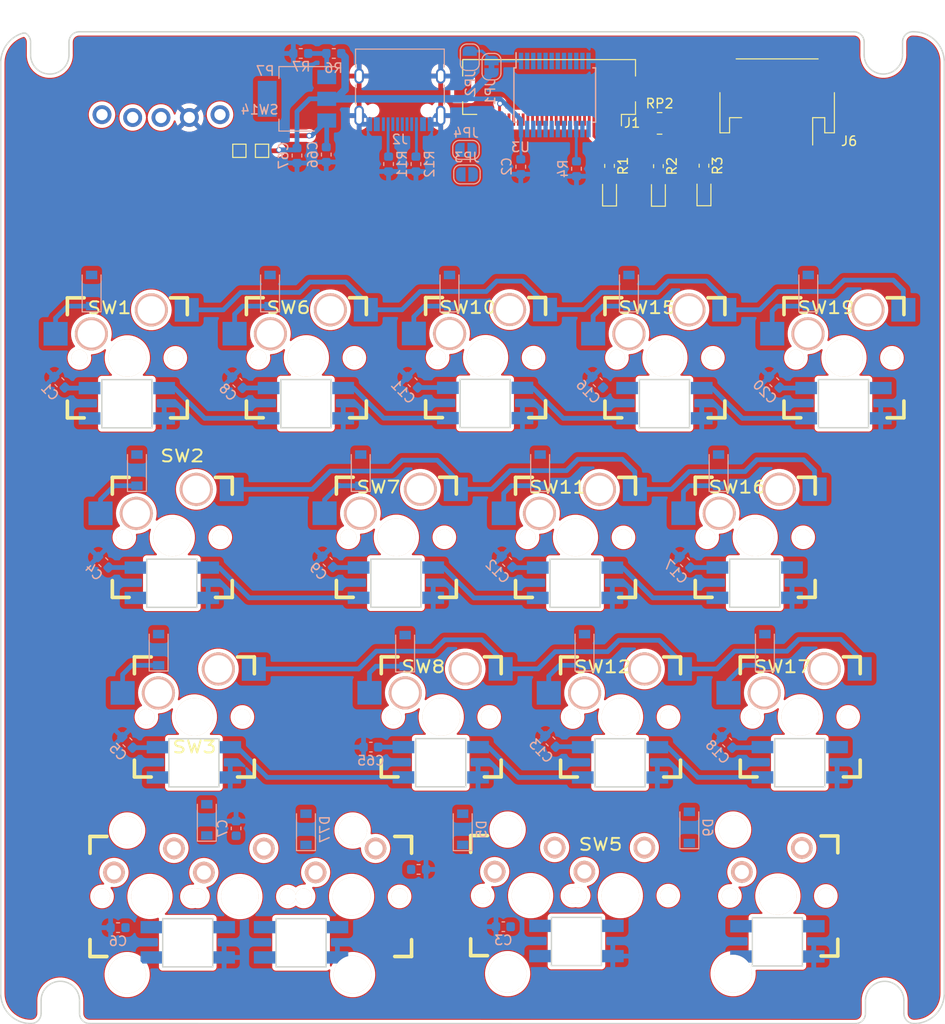
<source format=kicad_pcb>
(kicad_pcb (version 20211014) (generator pcbnew)
  (layers (0 "F.Cu" signal) (31 "B.Cu" signal) (34 "B.Paste" user) (35 "F.Paste" user) (36 "B.SilkS" user "B.Silkscreen") (37 "F.SilkS" user "F.Silkscreen") (38 "B.Mask" user) (39 "F.Mask" user) (44 "Edge.Cuts" user))
  (net 0 "")
  (net 1 "GND")
  (net 2 "Net-(D70-Pad2)")
  (net 3 "Net-(D71-Pad2)")
  (net 4 "Net-(D72-Pad2)")
  (net 5 "Net-(SW1-Pad6)")
  (net 6 "+5V")
  (net 7 "Net-(SW2-Pad6)")
  (net 8 "Net-(SW3-Pad6)")
  (net 9 "Net-(SW10-Pad4)")
  (net 10 "Net-(SW11-Pad4)")
  (net 11 "Net-(SW12-Pad4)")
  (net 12 "Net-(SW10-Pad6)")
  (net 13 "Net-(SW11-Pad6)")
  (net 14 "Net-(SW12-Pad6)")
  (net 15 "Net-(SW15-Pad6)")
  (net 16 "Net-(P7-Pad1)")
  (net 17 "+3V3")
  (net 18 "SCL")
  (net 19 "SDA")
  (net 20 "/COL0")
  (net 21 "/COL1")
  (net 22 "/COL2")
  (net 23 "/COL3")
  (net 24 "/COL4")
  (net 25 "/COL5")
  (net 26 "/COL6")
  (net 27 "/COL7")
  (net 28 "/COL8")
  (net 29 "/COL9")
  (net 30 "/COL10")
  (net 31 "/COL11")
  (net 32 "/COL12")
  (net 33 "/COL13")
  (net 34 "/COL14")
  (net 35 "/LED2")
  (net 36 "/LED1")
  (net 37 "/LED0")
  (net 38 "/ROW0")
  (net 39 "/RGB3")
  (net 40 "/RGB2")
  (net 41 "/RGB1")
  (net 42 "/RGB0")
  (net 43 "/RGB4")
  (net 44 "/ROW4")
  (net 45 "/ROW2")
  (net 46 "/ROW1")
  (net 47 "/ROW3")
  (net 48 "Net-(D1-Pad1)")
  (net 49 "Net-(D2-Pad1)")
  (net 50 "Net-(D3-Pad1)")
  (net 51 "Net-(D4-Pad1)")
  (net 52 "Net-(D5-Pad1)")
  (net 53 "Net-(D6-Pad1)")
  (net 54 "Net-(D7-Pad1)")
  (net 55 "Net-(D8-Pad1)")
  (net 56 "Net-(D9-Pad1)")
  (net 57 "Net-(D10-Pad1)")
  (net 58 "Net-(D11-Pad1)")
  (net 59 "Net-(D12-Pad1)")
  (net 60 "Net-(D15-Pad1)")
  (net 61 "Net-(D16-Pad1)")
  (net 62 "Net-(D17-Pad1)")
  (net 63 "Net-(D19-Pad1)")
  (net 64 "/MicroSheet/USB_D-")
  (net 65 "/MicroSheet/USB+D+")
  (net 66 "/MicroSheet/MUX3")
  (net 67 "/MicroSheet/MUX2")
  (net 68 "/MicroSheet/MUX1")
  (net 69 "/MicroSheet/MUX0")
  (net 70 "Net-(J2-PadB5)")
  (net 71 "Net-(J2-PadA5)")
  (net 75 "Net-(JP1-Pad2)")
  (net 76 "Net-(R4-Pad1)")
  (net 77 "/PowerSheet/USB_D-")
  (net 78 "/PowerSheet/USB_D+")
  (net 79 "Net-(D77-Pad1)")
  (net 80 "Net-(SW4-Pad10)")
  (net 82 "/MicroSheet/MOUSE_Y")
  (net 83 "/MicroSheet/MOUSE_X")
  (net 84 "/RGB0_OUT")
  (net 85 "/RGB1_OUT")
  (net 86 "/RGB2_OUT")
  (net 87 "/RGB3_OUT")
  (net 88 "/MicroSheet/BOOT_SWITCH")
  (net 90 "Net-(SW5-Pad10)")
  (net 93 "Net-(SW4-Pad12)")
  (footprint "LED_SMD:LED_0603_1608Metric" (layer "F.Cu") (at 123.85 69.5657 90)
    (fp_text reference "D70" hide)
    (fp_text value "LED")
  )
  (footprint "LED_SMD:LED_0603_1608Metric" (layer "F.Cu") (at 129.025 69.5893 90)
    (fp_text reference "D71" hide)
    (fp_text value "LED")
  )
  (footprint "LED_SMD:LED_0603_1608Metric" (layer "F.Cu") (at 133.85 69.54 90)
    (fp_text reference "D72" hide)
    (fp_text value "LED")
  )
  (footprint "Resistor_SMD:R_0603_1608Metric" (layer "F.Cu") (at 123.85 66.815 -90)
    (fp_text reference "R1")
    (fp_text value "R")
  )
  (footprint "Resistor_SMD:R_0603_1608Metric" (layer "F.Cu") (at 129.025 66.84 -90)
    (fp_text reference "R2")
    (fp_text value "R")
  )
  (footprint "Resistor_SMD:R_0603_1608Metric" (layer "F.Cu") (at 133.85 66.79 -90)
    (fp_text reference "R3")
    (fp_text value "R")
  )
  (footprint "keyboard:RGB_CHERRY_PCB_100H_HOTSWAP" (layer "F.Cu") (at 72.78501 87.12265)
    (fp_text reference "SW1")
    (fp_text value "Esc" hide)
    (fp_line (start 2.6 7.4) (end -2.7 7.4) (layer "Edge.Cuts") (width 0.15))
    (fp_line (start -2.7 2.3) (end -2.7 7.4) (layer "Edge.Cuts") (width 0.15))
    (fp_line (start 2.6 2.3) (end 2.6 7.4) (layer "Edge.Cuts") (width 0.15))
    (fp_line (start -2.7 2.3) (end 2.6 2.3) (layer "Edge.Cuts") (width 0.15))
  )
  (footprint "keyboard:RGB_CHERRY_PCB_150H_HOTSWAP" (layer "F.Cu") (at 77.54501 106.11265)
    (fp_text reference "SW2")
    (fp_text value "Tab" hide)
    (fp_line (start 2.6 7.4) (end -2.7 7.4) (layer "Edge.Cuts") (width 0.15))
    (fp_line (start -2.7 2.3) (end 2.6 2.3) (layer "Edge.Cuts") (width 0.15))
    (fp_line (start 2.6 2.3) (end 2.6 7.4) (layer "Edge.Cuts") (width 0.15))
    (fp_line (start -2.7 2.3) (end -2.7 7.4) (layer "Edge.Cuts") (width 0.15))
  )
  (footprint "keyboard:RGB_CHERRY_PCB_175H_HOTSWAP" (layer "F.Cu") (at 79.88501 125.11265)
    (fp_text reference "SW3")
    (fp_text value "Caps" hide)
    (fp_line (start 2.6 7.4) (end -2.7 7.4) (layer "Edge.Cuts") (width 0.15))
    (fp_line (start -2.7 2.3) (end -2.7 7.4) (layer "Edge.Cuts") (width 0.15))
    (fp_line (start -2.7 2.3) (end 2.6 2.3) (layer "Edge.Cuts") (width 0.15))
    (fp_line (start 2.6 2.3) (end 2.6 7.4) (layer "Edge.Cuts") (width 0.15))
  )
  (footprint "keyboard:RGB_CHERRY_PCB_100H_HOTSWAP" (layer "F.Cu") (at 91.74501 87.11265)
    (fp_text reference "SW6")
    (fp_text value "1" hide)
    (fp_line (start -2.7 2.3) (end 2.6 2.3) (layer "Edge.Cuts") (width 0.15))
    (fp_line (start 2.6 2.3) (end 2.6 7.4) (layer "Edge.Cuts") (width 0.15))
    (fp_line (start 2.6 7.4) (end -2.7 7.4) (layer "Edge.Cuts") (width 0.15))
    (fp_line (start -2.7 2.3) (end -2.7 7.4) (layer "Edge.Cuts") (width 0.15))
  )
  (footprint "keyboard:RGB_CHERRY_PCB_100H_HOTSWAP" (layer "F.Cu") (at 101.27501 106.10265)
    (fp_text reference "SW7")
    (fp_text value "Q" hide)
    (fp_line (start -2.7 2.3) (end 2.6 2.3) (layer "Edge.Cuts") (width 0.15))
    (fp_line (start 2.6 2.3) (end 2.6 7.4) (layer "Edge.Cuts") (width 0.15))
    (fp_line (start -2.7 2.3) (end -2.7 7.4) (layer "Edge.Cuts") (width 0.15))
    (fp_line (start 2.6 7.4) (end -2.7 7.4) (layer "Edge.Cuts") (width 0.15))
  )
  (footprint "keyboard:RGB_CHERRY_PCB_100H_HOTSWAP" (layer "F.Cu") (at 106.02501 125.10265)
    (fp_text reference "SW8")
    (fp_text value "A" hide)
    (fp_line (start -2.7 2.3) (end -2.7 7.4) (layer "Edge.Cuts") (width 0.15))
    (fp_line (start 2.6 2.3) (end 2.6 7.4) (layer "Edge.Cuts") (width 0.15))
    (fp_line (start -2.7 2.3) (end 2.6 2.3) (layer "Edge.Cuts") (width 0.15))
    (fp_line (start 2.6 7.4) (end -2.7 7.4) (layer "Edge.Cuts") (width 0.15))
  )
  (footprint "keyboard:RGB_CHERRY_PCB_100H_HOTSWAP" (layer "F.Cu") (at 110.72501 87.09265)
    (fp_text reference "SW10")
    (fp_text value "2" hide)
    (fp_line (start 2.6 2.3) (end 2.6 7.4) (layer "Edge.Cuts") (width 0.15))
    (fp_line (start -2.7 2.3) (end -2.7 7.4) (layer "Edge.Cuts") (width 0.15))
    (fp_line (start -2.7 2.3) (end 2.6 2.3) (layer "Edge.Cuts") (width 0.15))
    (fp_line (start 2.6 7.4) (end -2.7 7.4) (layer "Edge.Cuts") (width 0.15))
  )
  (footprint "keyboard:RGB_CHERRY_PCB_100H_HOTSWAP" (layer "F.Cu") (at 120.24501 106.11265)
    (fp_text reference "SW11")
    (fp_text value "W" hide)
    (fp_line (start 2.6 7.4) (end -2.7 7.4) (layer "Edge.Cuts") (width 0.15))
    (fp_line (start 2.6 2.3) (end 2.6 7.4) (layer "Edge.Cuts") (width 0.15))
    (fp_line (start -2.7 2.3) (end -2.7 7.4) (layer "Edge.Cuts") (width 0.15))
    (fp_line (start -2.7 2.3) (end 2.6 2.3) (layer "Edge.Cuts") (width 0.15))
  )
  (footprint "keyboard:RGB_CHERRY_PCB_100H_HOTSWAP" (layer "F.Cu") (at 125.01501 125.11265)
    (fp_text reference "SW12")
    (fp_text value "S" hide)
    (fp_line (start -2.7 2.3) (end 2.6 2.3) (layer "Edge.Cuts") (width 0.15))
    (fp_line (start -2.7 2.3) (end -2.7 7.4) (layer "Edge.Cuts") (width 0.15))
    (fp_line (start 2.6 2.3) (end 2.6 7.4) (layer "Edge.Cuts") (width 0.15))
    (fp_line (start 2.6 7.4) (end -2.7 7.4) (layer "Edge.Cuts") (width 0.15))
  )
  (footprint "keyboard:RGB_CHERRY_PCB_100H_HOTSWAP" (layer "F.Cu") (at 129.71501 87.11265)
    (fp_text reference "SW15")
    (fp_text value "3" hide)
    (fp_line (start -2.7 2.3) (end 2.6 2.3) (layer "Edge.Cuts") (width 0.15))
    (fp_line (start -2.7 2.3) (end -2.7 7.4) (layer "Edge.Cuts") (width 0.15))
    (fp_line (start 2.6 7.4) (end -2.7 7.4) (layer "Edge.Cuts") (width 0.15))
    (fp_line (start 2.6 2.3) (end 2.6 7.4) (layer "Edge.Cuts") (width 0.15))
  )
  (footprint "keyboard:RGB_CHERRY_PCB_100H_HOTSWAP" (layer "F.Cu") (at 139.27501 106.10265)
    (fp_text reference "SW16")
    (fp_text value "E" hide)
    (fp_line (start 2.6 2.3) (end 2.6 7.4) (layer "Edge.Cuts") (width 0.15))
    (fp_line (start -2.7 2.3) (end -2.7 7.4) (layer "Edge.Cuts") (width 0.15))
    (fp_line (start 2.6 7.4) (end -2.7 7.4) (layer "Edge.Cuts") (width 0.15))
    (fp_line (start -2.7 2.3) (end 2.6 2.3) (layer "Edge.Cuts") (width 0.15))
  )
  (footprint "keyboard:RGB_CHERRY_PCB_100H_HOTSWAP" (layer "F.Cu") (at 144.04501 125.10265)
    (fp_text reference "SW17")
    (fp_text value "D" hide)
    (fp_line (start 2.6 7.4) (end -2.7 7.4) (layer "Edge.Cuts") (width 0.15))
    (fp_line (start -2.7 2.3) (end -2.7 7.4) (layer "Edge.Cuts") (width 0.15))
    (fp_line (start 2.6 2.3) (end 2.6 7.4) (layer "Edge.Cuts") (width 0.15))
    (fp_line (start -2.7 2.3) (end 2.6 2.3) (layer "Edge.Cuts") (width 0.15))
  )
  (footprint "keyboard:RGB_CHERRY_PCB_100H_HOTSWAP" (layer "F.Cu") (at 148.67501 87.11265)
    (fp_text reference "SW19")
    (fp_text value "4" hide)
    (fp_line (start 2.6 7.4) (end -2.7 7.4) (layer "Edge.Cuts") (width 0.15))
    (fp_line (start -2.7 2.3) (end 2.6 2.3) (layer "Edge.Cuts") (width 0.15))
    (fp_line (start -2.7 2.3) (end -2.7 7.4) (layer "Edge.Cuts") (width 0.15))
    (fp_line (start 2.6 2.3) (end 2.6 7.4) (layer "Edge.Cuts") (width 0.15))
  )
  (footprint "Resistor_SMD:R_Array_Concave_4x0402" (layer "F.Cu") (at 129.15 62.315)
    (fp_text reference "RP2")
    (fp_text value "R_PACK4" hide)
  )
  (footprint "TestPoint:TestPoint_Pad_1.0x1.0mm" (layer "F.Cu") (at 84.65 65.215)
    (fp_text reference "T1" hide)
    (fp_text value "Vin" hide)
  )
  (footprint "TestPoint:TestPoint_Pad_1.0x1.0mm" (layer "F.Cu") (at 87.05 65.215)
    (fp_text reference "T3" hide)
    (fp_text value "Vout" hide)
  )
  (footprint "keyboard:RGB_CHERRY_SHIFT_ROW_LEFT" (layer "F.Cu") (at 84.70301 144.11065)
    (fp_text reference "SW4" hide)
    (fp_text value "double_key" hide)
    (fp_line (start -2.87 2.34) (end -2.87 7.44) (layer "Edge.Cuts") (width 0.15))
    (fp_line (start -2.87 7.44) (end -8.17 7.44) (layer "Edge.Cuts") (width 0.15))
    (fp_line (start 3.83 2.34) (end 9.13 2.34) (layer "Edge.Cuts") (width 0.15))
    (fp_line (start -8.17 2.34) (end -2.87 2.34) (layer "Edge.Cuts") (width 0.15))
    (fp_line (start -8.17 2.34) (end -8.17 7.44) (layer "Edge.Cuts") (width 0.15))
    (fp_line (start 9.13 2.34) (end 9.13 7.44) (layer "Edge.Cuts") (width 0.15))
    (fp_line (start 3.83 2.34) (end 3.83 7.44) (layer "Edge.Cuts") (width 0.15))
    (fp_line (start 9.13 7.44) (end 3.83 7.44) (layer "Edge.Cuts") (width 0.15))
  )
  (footprint "Connector_FFC-FPC:Hirose_FH12-30S-0.5SH_1x30-1MP_P0.50mm_Horizontal" (layer "F.Cu") (at 117.45 60.065 180)
    (fp_text reference "J1")
    (fp_text value "Conn_01x30")
  )
  (footprint "Connector_JST:JST_PH_S4B-PH-SM4-TB_1x04-1MP_P2.00mm_Horizontal" (layer "F.Cu") (at 141.6 60 180)
    (fp_text reference "J6")
    (fp_text value "Conn_01x04")
  )
  (footprint "keyboard:RGB_CHERRY_SHIFT_RIGHT_2.0" (layer "F.Cu") (at 124.04501 144.01265)
    (fp_text reference "SW5")
    (fp_text value "double_key" hide)
    (fp_line (start -1.05 7.4) (end -6.35 7.4) (layer "Edge.Cuts") (width 0.15))
    (fp_line (start -6.35 2.3) (end -1.05 2.3) (layer "Edge.Cuts") (width 0.15))
    (fp_line (start -6.35 2.3) (end -6.35 7.4) (layer "Edge.Cuts") (width 0.15))
    (fp_line (start 20.23 2.34) (end 20.23 7.44) (layer "Edge.Cuts") (width 0.15))
    (fp_line (start -1.05 2.3) (end -1.05 7.4) (layer "Edge.Cuts") (width 0.15))
    (fp_line (start 14.93 2.34) (end 20.23 2.34) (layer "Edge.Cuts") (width 0.15))
    (fp_line (start 14.93 2.34) (end 14.93 7.44) (layer "Edge.Cuts") (width 0.15))
    (fp_line (start 20.23 7.44) (end 14.93 7.44) (layer "Edge.Cuts") (width 0.15))
  )
  (footprint "Capacitor_SMD:C_0603_1608Metric" (layer "B.Cu") (at 65.6 89.7 -45)
    (fp_text reference "C1")
    (fp_text value "C_Small")
  )
  (footprint "Capacitor_SMD:C_0603_1608Metric" (layer "B.Cu") (at 70.243153 108.743153 -45)
    (fp_text reference "C4")
    (fp_text value "C_Small")
  )
  (footprint "Capacitor_SMD:C_0603_1608Metric" (layer "B.Cu") (at 72.8 127.8 -45)
    (fp_text reference "C5")
    (fp_text value "C_Small")
  )
  (footprint "Capacitor_SMD:C_0603_1608Metric" (layer "B.Cu") (at 71.8 147.4)
    (fp_text reference "C6")
    (fp_text value "C_Small")
  )
  (footprint "Capacitor_SMD:C_0603_1608Metric" (layer "B.Cu") (at 84.443153 89.743153 -45)
    (fp_text reference "C8")
    (fp_text value "C_Small")
  )
  (footprint "Capacitor_SMD:C_0603_1608Metric" (layer "B.Cu") (at 94 108.7 -45)
    (fp_text reference "C9")
    (fp_text value "C_Small")
  )
  (footprint "Capacitor_SMD:C_0603_1608Metric" (layer "B.Cu") (at 103 89.7 -45)
    (fp_text reference "C11")
    (fp_text value "C_Small")
  )
  (footprint "Capacitor_SMD:C_0603_1608Metric" (layer "B.Cu") (at 113 108.7 -45)
    (fp_text reference "C12")
    (fp_text value "C_Small")
  )
  (footprint "Capacitor_SMD:C_0603_1608Metric" (layer "B.Cu") (at 117.6 127.7 -45)
    (fp_text reference "C13")
    (fp_text value "C_Small")
  )
  (footprint "Capacitor_SMD:C_0603_1608Metric" (layer "B.Cu") (at 122.6 89.7 -45)
    (fp_text reference "C16")
    (fp_text value "C_Small")
  )
  (footprint "Capacitor_SMD:C_0603_1608Metric" (layer "B.Cu") (at 131.843153 108.743153 -45)
    (fp_text reference "C17")
    (fp_text value "C_Small")
  )
  (footprint "Capacitor_SMD:C_0603_1608Metric" (layer "B.Cu") (at 136.3 127.8 -45)
    (fp_text reference "C18")
    (fp_text value "C_Small")
  )
  (footprint "Capacitor_SMD:C_0603_1608Metric" (layer "B.Cu") (at 141.3 89.7 -45)
    (fp_text reference "C20")
    (fp_text value "C_Small")
  )
  (footprint "Diode_SMD:D_SOD-123" (layer "B.Cu") (at 69 80 90)
    (fp_text reference "D1" hide)
    (fp_text value "D_Small")
  )
  (footprint "Diode_SMD:D_SOD-123" (layer "B.Cu") (at 73.8 99 90)
    (fp_text reference "D2" hide)
    (fp_text value "D_Small")
  )
  (footprint "Diode_SMD:D_SOD-123" (layer "B.Cu") (at 76.1 118 90)
    (fp_text reference "D3" hide)
    (fp_text value "D_Small")
  )
  (footprint "Diode_SMD:D_SOD-123" (layer "B.Cu") (at 81.2 136 90)
    (fp_text reference "D4" hide)
    (fp_text value "D_Small")
  )
  (footprint "Diode_SMD:D_SOD-123" (layer "B.Cu") (at 87.9 80 90)
    (fp_text reference "D6" hide)
    (fp_text value "D_Small")
  )
  (footprint "Diode_SMD:D_SOD-123" (layer "B.Cu") (at 97.5 99 90)
    (fp_text reference "D7" hide)
    (fp_text value "D_Small")
  )
  (footprint "Diode_SMD:D_SOD-123" (layer "B.Cu") (at 102.2 118.1 90)
    (fp_text reference "D8" hide)
    (fp_text value "D_Small")
  )
  (footprint "Diode_SMD:D_SOD-123" (layer "B.Cu") (at 106.9 80 90)
    (fp_text reference "D10" hide)
    (fp_text value "D_Small")
  )
  (footprint "Diode_SMD:D_SOD-123" (layer "B.Cu") (at 116.5 99 90)
    (fp_text reference "D11" hide)
    (fp_text value "D_Small")
  )
  (footprint "Diode_SMD:D_SOD-123" (layer "B.Cu") (at 121.2 118 90)
    (fp_text reference "D12" hide)
    (fp_text value "D_Small")
  )
  (footprint "Diode_SMD:D_SOD-123" (layer "B.Cu") (at 125.9 80 90)
    (fp_text reference "D15" hide)
    (fp_text value "D_Small")
  )
  (footprint "Diode_SMD:D_SOD-123" (layer "B.Cu") (at 135.4 99 90)
    (fp_text reference "D16" hide)
    (fp_text value "D_Small")
  )
  (footprint "Diode_SMD:D_SOD-123" (layer "B.Cu") (at 140.3 118 90)
    (fp_text reference "D17" hide)
    (fp_text value "D_Small")
  )
  (footprint "Diode_SMD:D_SOD-123" (layer "B.Cu") (at 144.9 80 90)
    (fp_text reference "D19" hide)
    (fp_text value "D_Small")
  )
  (footprint "Connector_USB:USB_C_Receptacle_HRO_TYPE-C-31-M-12" (layer "B.Cu") (at 101.65 58.355)
    (fp_text reference "J2")
    (fp_text value "USB_C_Receptacle_USB2.0" hide)
  )
  (footprint "Capacitor_SMD:C_0603_1608Metric" (layer "B.Cu") (at 93.85 65.615 -90)
    (fp_text reference "C66")
    (fp_text value "C")
  )
  (footprint "Capacitor_SMD:C_0603_1608Metric" (layer "B.Cu") (at 90.75 65.715 -90)
    (fp_text reference "C67")
    (fp_text value "CP1")
  )
  (footprint "Resistor_SMD:R_0603_1608Metric" (layer "B.Cu") (at 94.65 54.915 180)
    (fp_text reference "R6")
    (fp_text value "R")
  )
  (footprint "Resistor_SMD:R_0603_1608Metric" (layer "B.Cu") (at 100.45 66.615 90)
    (fp_text reference "R11")
    (fp_text value "5K1")
  )
  (footprint "Resistor_SMD:R_0603_1608Metric" (layer "B.Cu") (at 103.35 66.615 90)
    (fp_text reference "R12")
    (fp_text value "5K1")
  )
  (footprint "Jumper:SolderJumper-2_P1.3mm_Bridged_RoundedPad1.0x1.5mm" (layer "B.Cu") (at 111.35 56.315 90)
    (fp_text reference "JP1")
    (fp_text value "SolderJumper_2_Bridged" hide)
  )
  (footprint "Jumper:SolderJumper-2_P1.3mm_Open_RoundedPad1.0x1.5mm" (layer "B.Cu") (at 109.05 55.315 90)
    (fp_text reference "JP2")
    (fp_text value "SolderJumper_2_Open" hide)
  )
  (footprint "Package_TO_SOT_SMD:SOT-223" (layer "B.Cu") (at 90.75 59.715 180)
    (fp_text reference "P7")
    (fp_text value "AMS1117" hide)
  )
  (footprint "Resistor_SMD:R_0603_1608Metric" (layer "B.Cu") (at 91.15 54.915 180)
    (fp_text reference "R7")
    (fp_text value "R")
  )
  (footprint "Package_SO:SSOP-24_5.3x8.2mm_P0.65mm" (layer "B.Cu") (at 118.05 59.315 -90)
    (fp_text reference "U3")
    (fp_text value "CD74HC4067SM" hide)
  )
  (footprint "Capacitor_SMD:C_0603_1608Metric" (layer "B.Cu") (at 114.45 66.9025 90)
    (fp_text reference "C2")
    (fp_text value "C_Small" hide)
  )
  (footprint "Jumper:SolderJumper-2_P1.3mm_Open_RoundedPad1.0x1.5mm" (layer "B.Cu") (at 108.65 65.115 180)
    (fp_text reference "JP4")
    (fp_text value "SolderJumper_2_Open" hide)
  )
  (footprint "Jumper:SolderJumper-2_P1.3mm_Open_RoundedPad1.0x1.5mm" (layer "B.Cu") (at 108.75 67.715 180)
    (fp_text reference "JP3")
    (fp_text value "SolderJumper_2_Open" hide)
  )
  (footprint "Diode_SMD:D_SOD-123" (layer "B.Cu") (at 91.7 137 90)
    (fp_text reference "D77")
    (fp_text value "D_Small")
  )
  (footprint "Capacitor_SMD:C_0603_1608Metric" (layer "B.Cu") (at 103.62601 141.24045 180)
    (fp_text reference "C79" hide)
    (fp_text value "C_Small" hide)
  )
  (footprint "Resistor_SMD:R_0603_1608Metric" (layer "B.Cu") (at 120.35 67.115 -90)
    (fp_text reference "R4")
    (fp_text value "10K")
  )
  (footprint "keyboard:SS12F23" (layer "B.Cu") (at 73.35 61.69)
    (fp_text reference "SW14")
    (fp_text value "SW_SPDT")
  )
  (footprint "Capacitor_SMD:C_0603_1608Metric" (layer "B.Cu") (at 112.6 147.3)
    (fp_text reference "C3")
    (fp_text value "C_Small")
  )
  (footprint "Capacitor_SMD:C_0603_1608Metric" (layer "B.Cu") (at 84.3 136.9 -90)
    (fp_text reference "C7")
    (fp_text value "C_Small")
  )
  (footprint "Diode_SMD:D_SOD-123" (layer "B.Cu") (at 132.3 136.8 90)
    (fp_text reference "D9")
    (fp_text value "D_Small")
  )
  (footprint "Capacitor_SMD:C_0603_1608Metric" (layer "B.Cu") (at 98.575 128.3)
    (fp_text reference "C65")
    (fp_text value "C_Small")
  )
  (footprint "Diode_SMD:D_SOD-123" (layer "B.Cu") (at 108.3 137 90)
    (fp_text reference "D5")
    (fp_text value "D_Small")
  )
  (gr_arc (start 62.575 157.55) (mid 60.311983 156.612627) (end 59.37461 154.34961) (layer "Edge.Cuts") (width 0.15))
  (gr_arc (start 156.09961 52.62461) (mid 158.362627 53.561983) (end 159.3 55.825) (layer "Edge.Cuts") (width 0.15))
  (gr_arc (start 159.3 154.34961) (mid 158.362627 156.612627) (end 156.09961 157.55) (layer "Edge.Cuts") (width 0.15))
  (gr_arc (start 63.654535 155.107526) (mid 65.686574 153.075487) (end 67.718613 155.107526) (layer "Edge.Cuts") (width 0.15))
  (gr_arc (start 68.798074 157.546) (mid 68.0347 157.2298) (end 67.7185 156.466426) (layer "Edge.Cuts") (width 0.15))
  (gr_line (start 63.654535 155.107526) (end 63.654574 156.470426) (layer "Edge.Cuts") (width 0.15))
  (gr_line (start 67.718613 155.107526) (end 67.7185 156.466426) (layer "Edge.Cuts") (width 0.15))
  (gr_arc (start 63.654574 156.470426) (mid 63.338374 157.2338) (end 62.575 157.55) (layer "Edge.Cuts") (width 0.15))
  (gr_arc (start 149.735126 52.621726) (mid 150.4985 52.937926) (end 150.8147 53.7013) (layer "Edge.Cuts") (width 0.15))
  (gr_arc (start 154.878626 53.6973) (mid 155.194826 52.933926) (end 155.9582 52.617726) (layer "Edge.Cuts") (width 0.15))
  (gr_line (start 154.878665 55.0602) (end 154.878626 53.6973) (layer "Edge.Cuts") (width 0.15))
  (gr_arc (start 154.878665 55.0602) (mid 152.846626 57.092239) (end 150.814587 55.0602) (layer "Edge.Cuts") (width 0.15))
  (gr_line (start 150.814587 55.0602) (end 150.8147 53.7013) (layer "Edge.Cuts") (width 0.15))
  (gr_line (start 62.540161 55.0638) (end 62.540274 53.7049) (layer "Edge.Cuts") (width 0.15))
  (gr_line (start 66.604239 55.0638) (end 66.6042 53.7009) (layer "Edge.Cuts") (width 0.15))
  (gr_arc (start 66.6042 53.7009) (mid 66.9204 52.937526) (end 67.683774 52.621326) (layer "Edge.Cuts") (width 0.15))
  (gr_arc (start 61.988302 52.763031) (mid 62.392115 53.159054) (end 62.540274 53.7049) (layer "Edge.Cuts") (width 0.15))
  (gr_arc (start 66.604239 55.0638) (mid 64.5722 57.095839) (end 62.540161 55.0638) (layer "Edge.Cuts") (width 0.15))
  (gr_line (start 156.099036 52.62101) (end 155.9582 52.617726) (layer "Edge.Cuts") (width 0.15))
  (gr_line (start 61.988302 52.763031) (end 61.719547 52.765241) (layer "Edge.Cuts") (width 0.15))
  (gr_line (start 149.735126 52.621726) (end 67.683774 52.621326) (layer "Edge.Cuts") (width 0.15))
  (gr_arc (start 156.09961 157.55) (mid 155.336236 157.2338) (end 155.020036 156.470426) (layer "Edge.Cuts") (width 0.15))
  (gr_line (start 68.798074 157.546) (end 149.876536 157.554) (layer "Edge.Cuts") (width 0.15))
  (gr_line (start 150.956071 155.111526) (end 150.95611 156.474426) (layer "Edge.Cuts") (width 0.15))
  (gr_line (start 59.375326 103.3393) (end 59.37461 55.825) (layer "Edge.Cuts") (width 0.15))
  (gr_line (start 59.375326 103.3393) (end 59.37461 154.34961) (layer "Edge.Cuts") (width 0.15))
  (gr_arc (start 59.37461 55.825) (mid 60.050328 53.914421) (end 61.719547 52.765241) (layer "Edge.Cuts") (width 0.15))
  (gr_arc (start 150.956071 155.111526) (mid 152.98811 153.079487) (end 155.020149 155.111526) (layer "Edge.Cuts") (width 0.15))
  (gr_line (start 155.020149 155.111526) (end 155.020036 156.470426) (layer "Edge.Cuts") (width 0.15))
  (gr_arc (start 150.95611 156.474426) (mid 150.63991 157.2378) (end 149.876536 157.554) (layer "Edge.Cuts") (width 0.15))
  (gr_line (start 159.3 154.34961) (end 159.3 55.825) (layer "Edge.Cuts") (width 0.15))
  (segment (start 123.85 67.6025) (end 123.85 68.7782) (width 0.3) (layer "F.Cu") (net 2))
  (segment (start 129.025 67.6275) (end 129.025 68.8018) (width 0.3) (layer "F.Cu") (net 3))
  (segment (start 133.85 67.5775) (end 133.85 68.7525) (width 0.3) (layer "F.Cu") (net 4))
  (segment (start 80.97501 93.51265) (end 77.78501 90.32265) (width 0.5) (layer "B.Cu") (net 5))
  (segment (start 86.64501 93.51265) (end 80.97501 93.51265) (width 0.5) (layer "B.Cu") (net 5))
  (segment (start 86.25 63.615) (end 92.05 63.615) (width 0.5) (layer "F.Cu") (net 6))
  (segment (start 84.65 65.215) (end 86.25 63.615) (width 0.5) (layer "F.Cu") (net 6))
  (via (at 92.05 63.615) (size 0.6) (drill 0.4) (layers "F.Cu" "B.Cu") (net 6))
  (segment (start 93.9 64.7775) (end 93.85 64.8275) (width 0.5) (layer "B.Cu") (net 6))
  (segment (start 92.3 63.615) (end 93.9 62.015) (width 0.5) (layer "B.Cu") (net 6))
  (segment (start 93.9 62.015) (end 93.9 64.7775) (width 0.5) (layer "B.Cu") (net 6))
  (segment (start 92.05 63.615) (end 92.3 63.615) (width 0.5) (layer "B.Cu") (net 6))
  (segment (start 82.51265 109.31265) (end 80.46953 109.31265) (width 0.5) (layer "B.Cu") (net 7))
  (segment (start 85.70265 112.50265) (end 82.51265 109.31265) (width 0.5) (layer "B.Cu") (net 7))
  (segment (start 96.17501 112.50265) (end 85.70265 112.50265) (width 0.5) (layer "B.Cu") (net 7))
  (segment (start 100.92501 131.50265) (end 87.60265 131.50265) (width 0.5) (layer "B.Cu") (net 8))
  (segment (start 87.60265 131.50265) (end 84.41265 128.31265) (width 0.5) (layer "B.Cu") (net 8))
  (segment (start 84.41265 128.31265) (end 82.80953 128.31265) (width 0.5) (layer "B.Cu") (net 8))
  (segment (start 99.92501 93.49265) (end 96.74501 90.31265) (width 0.5) (layer "B.Cu") (net 9))
  (segment (start 105.62501 93.49265) (end 99.92501 93.49265) (width 0.5) (layer "B.Cu") (net 9))
  (segment (start 115.14501 112.51265) (end 109.48501 112.51265) (width 0.5) (layer "B.Cu") (net 10))
  (segment (start 109.48501 112.51265) (end 106.27501 109.30265) (width 0.5) (layer "B.Cu") (net 10))
  (segment (start 119.91501 131.51265) (end 114.23501 131.51265) (width 0.5) (layer "B.Cu") (net 11))
  (segment (start 114.23501 131.51265) (end 111.02501 128.30265) (width 0.5) (layer "B.Cu") (net 11))
  (segment (start 124.61501 93.51265) (end 118.94501 93.51265) (width 0.5) (layer "B.Cu") (net 12))
  (segment (start 118.94501 93.51265) (end 115.72501 90.29265) (width 0.5) (layer "B.Cu") (net 12))
  (segment (start 128.43501 112.50265) (end 125.24501 109.31265) (width 0.5) (layer "B.Cu") (net 13))
  (segment (start 134.17501 112.50265) (end 128.43501 112.50265) (width 0.5) (layer "B.Cu") (net 13))
  (segment (start 133.20501 131.50265) (end 130.01501 128.31265) (width 0.5) (layer "B.Cu") (net 14))
  (segment (start 138.94501 131.50265) (end 133.20501 131.50265) (width 0.5) (layer "B.Cu") (net 14))
  (segment (start 143.57501 93.51265) (end 137.91501 93.51265) (width 0.5) (layer "B.Cu") (net 15))
  (segment (start 137.91501 93.51265) (end 134.71501 90.31265) (width 0.5) (layer "B.Cu") (net 15))
  (segment (start 93.9 54.9525) (end 93.8625 54.915) (width 0.5) (layer "B.Cu") (net 16))
  (segment (start 93.9 57.415) (end 93.9 54.9525) (width 0.5) (layer "B.Cu") (net 16))
  (segment (start 93.8625 54.915) (end 91.9375 54.915) (width 0.5) (layer "B.Cu") (net 16))
  (segment (start 87.05 65.215) (end 88.75 65.215) (width 0.5) (layer "F.Cu") (net 17))
  (segment (start 112.25 60.215) (end 112.2 60.265) (width 0.3) (layer "F.Cu") (net 17))
  (segment (start 112.2 60.265) (end 112.2 61.915) (width 0.3) (layer "F.Cu") (net 17))
  (segment (start 88.75 65.215) (end 88.85 65.115) (width 0.5) (layer "F.Cu") (net 17))
  (via (at 112.25 60.215) (size 0.6) (drill 0.4) (layers "F.Cu" "B.Cu") (net 17))
  (via (at 88.85 65.115) (size 0.6) (drill 0.4) (layers "F.Cu" "B.Cu") (net 17))
  (segment (start 99.35 128.3) (end 100.92236 128.3) (width 0.5) (layer "B.Cu") (net 17))
  (segment (start 93.9 59.715) (end 94.85 59.715) (width 0.8) (layer "B.Cu") (net 17))
  (segment (start 136.856847 128.356847) (end 138.890813 128.356847) (width 0.5) (layer "B.Cu") (net 17))
  (segment (start 114.475 66.09) (end 114.475 62.915) (width 0.3) (layer "B.Cu") (net 17))
  (segment (start 95.85 58.715) (end 95.85 55.3275) (width 0.8) (layer "B.Cu") (net 17))
  (segment (start 66.22265 90.32265) (end 66.156847 90.256847) (width 0.5) (layer "B.Cu") (net 17))
  (segment (start 94.85 59.715) (end 95.85 58.715) (width 0.8) (layer "B.Cu") (net 17))
  (segment (start 114.45 66.115) (end 114.475 66.09) (width 0.3) (layer "B.Cu") (net 17))
  (segment (start 86.63236 90.3) (end 86.64501 90.31265) (width 0.5) (layer "B.Cu") (net 17))
  (segment (start 138.890813 128.356847) (end 138.94501 128.30265) (width 0.5) (layer "B.Cu") (net 17))
  (segment (start 92.1 59.715) (end 90.75 61.065) (width 0.5) (layer "B.Cu") (net 17))
  (segment (start 90.75 61.065) (end 90.75 64.9275) (width 0.5) (layer "B.Cu") (net 17))
  (segment (start 105.589207 90.256847) (end 105.62501 90.29265) (width 0.5) (layer "B.Cu") (net 17))
  (segment (start 143.57501 90.31265) (end 141.91265 90.31265) (width 0.5) (layer "B.Cu") (net 17))
  (segment (start 108.6 59.715) (end 111.35 56.965) (width 0.8) (layer "B.Cu") (net 17))
  (segment (start 67.68501 90.32265) (end 66.22265 90.32265) (width 0.5) (layer "B.Cu") (net 17))
  (segment (start 119.859207 128.256847) (end 119.91501 128.31265) (width 0.5) (layer "B.Cu") (net 17))
  (segment (start 70.8 109.3) (end 74.52049 109.3) (width 0.5) (layer "B.Cu") (net 17))
  (segment (start 93.9 59.715) (end 108.6 59.715) (width 0.8) (layer "B.Cu") (net 17))
  (segment (start 94.60265 109.30265) (end 94.556847 109.256847) (width 0.5) (layer "B.Cu") (net 17))
  (segment (start 108.6 59.715) (end 112.25 59.715) (width 0.5) (layer "B.Cu") (net 17))
  (segment (start 85 90.3) (end 86.63236 90.3) (width 0.5) (layer "B.Cu") (net 17))
  (segment (start 100.92236 128.3) (end 100.92501 128.30265) (width 0.5) (layer "B.Cu") (net 17))
  (segment (start 114.450489 61.915489) (end 114.450489 62.915) (width 0.5) (layer "B.Cu") (net 17))
  (segment (start 118.156847 128.256847) (end 119.859207 128.256847) (width 0.5) (layer "B.Cu") (net 17))
  (segment (start 88.85 65.115) (end 90.5625 65.115) (width 0.5) (layer "B.Cu") (net 17))
  (segment (start 96.17501 109.30265) (end 94.60265 109.30265) (width 0.5) (layer "B.Cu") (net 17))
  (segment (start 90.5625 65.115) (end 90.75 64.9275) (width 0.5) (layer "B.Cu") (net 17))
  (segment (start 74.52049 109.3) (end 74.52049 109.31265) (width 0.5) (layer "B.Cu") (net 17))
  (segment (start 103.556847 90.256847) (end 105.589207 90.256847) (width 0.5) (layer "B.Cu") (net 17))
  (segment (start 113.61265 109.31265) (end 113.556847 109.256847) (width 0.5) (layer "B.Cu") (net 17))
  (segment (start 112.25 59.715) (end 114.450489 61.915489) (width 0.5) (layer "B.Cu") (net 17))
  (segment (start 93.9 59.715) (end 92.1 59.715) (width 0.5) (layer "B.Cu") (net 17))
  (segment (start 141.91265 90.31265) (end 141.856847 90.256847) (width 0.5) (layer "B.Cu") (net 17))
  (segment (start 132.4 109.3) (end 134.17236 109.3) (width 0.5) (layer "B.Cu") (net 17))
  (segment (start 95.85 55.3275) (end 95.4375 54.915) (width 0.8) (layer "B.Cu") (net 17))
  (segment (start 73.356847 128.356847) (end 76.86049 128.356847) (width 0.5) (layer "B.Cu") (net 17))
  (segment (start 112.25 59.715) (end 112.25 60.215) (width 0.5) (layer "B.Cu") (net 17))
  (segment (start 134.17236 109.3) (end 134.17501 109.30265) (width 0.5) (layer "B.Cu") (net 17))
  (segment (start 76.86049 128.356847) (end 76.86049 128.31265) (width 0.5) (layer "B.Cu") (net 17))
  (segment (start 115.14501 109.31265) (end 113.61265 109.31265) (width 0.5) (layer "B.Cu") (net 17))
  (segment (start 123.85 66.0275) (end 123.85 65.315) (width 0.3) (layer "F.Cu") (net 35))
  (segment (start 122.2 63.665) (end 122.2 61.915) (width 0.3) (layer "F.Cu") (net 35))
  (segment (start 123.85 65.315) (end 122.2 63.665) (width 0.3) (layer "F.Cu") (net 35))
  (segment (start 124.34952 65.108092) (end 122.7 63.458572) (width 0.3) (layer "F.Cu") (net 36))
  (segment (start 125.2875 66.0525) (end 124.34952 65.11452) (width 0.3) (layer "F.Cu") (net 36))
  (segment (start 129.025 66.0525) (end 125.2875 66.0525) (width 0.3) (layer "F.Cu") (net 36))
  (segment (start 124.34952 65.11452) (end 124.34952 65.108092) (width 0.3) (layer "F.Cu") (net 36))
  (segment (start 122.7 63.458572) (end 122.7 61.915) (width 0.3) (layer "F.Cu") (net 36))
  (segment (start 131.3375 66.0025) (end 130.15 64.815) (width 0.3) (layer "F.Cu") (net 37))
  (segment (start 124.762855 64.815) (end 125.307406 64.815) (width 0.3) (layer "F.Cu") (net 37))
  (segment (start 133.85 66.0025) (end 131.3375 66.0025) (width 0.3) (layer "F.Cu") (net 37))
  (segment (start 126.45 64.815) (end 125.307406 64.815) (width 0.3) (layer "F.Cu") (net 37))
  (segment (start 123.2 61.915) (end 123.2 63.252144) (width 0.3) (layer "F.Cu") (net 37))
  (segment (start 130.15 64.815) (end 126.45 64.815) (width 0.3) (layer "F.Cu") (net 37))
  (segment (start 123.2 63.252144) (end 124.762855 64.815) (width 0.3) (layer "F.Cu") (net 37))
  (segment (start 141.7 80.1) (end 139.76735 82.03265) (width 0.5) (layer "B.Cu") (net 38))
  (segment (start 128.9 80.2) (end 123 80.2) (width 0.5) (layer "B.Cu") (net 38))
  (segment (start 98.03501 82.03265) (end 98.03501 81.23501) (width 0.5) (layer "B.Cu") (net 38))
  (segment (start 84.8 80.2) (end 82.95735 82.04265) (width 0.5) (layer "B.Cu") (net 38))
  (segment (start 95.9 79.1) (end 92.1 79.1) (width 0.5) (layer "B.Cu") (net 38))
  (segment (start 136.00501 80.90501) (end 134.1 79) (width 0.5) (layer "B.Cu") (net 38))
  (segment (start 154.96501 79.96501) (end 153.9 78.9) (width 0.5) (layer "B.Cu") (net 38))
  (segment (start 92.1 79.1) (end 91 80.2) (width 0.5) (layer "B.Cu") (net 38))
  (segment (start 91 80.2) (end 84.8 80.2) (width 0.5) (layer "B.Cu") (net 38))
  (segment (start 154.96501 82.03265) (end 154.96501 79.96501) (width 0.5) (layer "B.Cu") (net 38))
  (segment (start 101.86735 82.03265) (end 98.03501 82.03265) (width 0.5) (layer "B.Cu") (net 38))
  (segment (start 117.01501 82.01265) (end 117.01501 81.41501) (width 0.5) (layer "B.Cu") (net 38))
  (segment (start 136.00501 82.03265) (end 136.00501 80.90501) (width 0.5) (layer "B.Cu") (net 38))
  (segment (start 117.01501 81.41501) (end 114.6 79) (width 0.5) (layer "B.Cu") (net 38))
  (segment (start 147.5 80.1) (end 141.7 80.1) (width 0.5) (layer "B.Cu") (net 38))
  (segment (start 139.76735 82.03265) (end 136.00501 82.03265) (width 0.5) (layer "B.Cu") (net 38))
  (segment (start 103.8 80.1) (end 101.86735 82.03265) (width 0.5) (layer "B.Cu") (net 38))
  (segment (start 82.95735 82.04265) (end 79.07501 82.04265) (width 0.5) (layer "B.Cu") (net 38))
  (segment (start 111.9 79) (end 110.8 80.1) (width 0.5) (layer "B.Cu") (net 38))
  (segment (start 153.9 78.9) (end 148.7 78.9) (width 0.5) (layer "B.Cu") (net 38))
  (segment (start 110.8 80.1) (end 103.8 80.1) (width 0.5) (layer "B.Cu") (net 38))
  (segment (start 121.18735 82.01265) (end 117.01501 82.01265) (width 0.5) (layer "B.Cu") (net 38))
  (segment (start 123 80.2) (end 121.18735 82.01265) (width 0.5) (layer "B.Cu") (net 38))
  (segment (start 134.1 79) (end 130.1 79) (width 0.5) (layer "B.Cu") (net 38))
  (segment (start 148.7 78.9) (end 147.5 80.1) (width 0.5) (layer "B.Cu") (net 38))
  (segment (start 130.1 79) (end 128.9 80.2) (width 0.5) (layer "B.Cu") (net 38))
  (segment (start 114.6 79) (end 111.9 79) (width 0.5) (layer "B.Cu") (net 38))
  (segment (start 98.03501 81.23501) (end 95.9 79.1) (width 0.5) (layer "B.Cu") (net 38))
  (segment (start 150.33501 120.02265) (end 150.33501 118.93501) (width 0.5) (layer "B.Cu") (net 45))
  (segment (start 105.2 118.15) (end 99.15 118.15) (width 0.5) (layer "B.Cu") (net 45))
  (segment (start 143.9 116.9) (end 142.65 118.15) (width 0.5) (layer "B.Cu") (net 45))
  (segment (start 112.31501 120.02265) (end 112.31501 118.96501) (width 0.5) (layer "B.Cu") (net 45))
  (segment (start 112.31501 118.96501) (end 110.3 116.95) (width 0.5) (layer "B.Cu") (net 45))
  (segment (start 142.65 118.15) (end 137.1 118.15) (width 0.5) (layer "B.Cu") (net 45))
  (segment (start 129.1 117) (end 124.85 117) (width 0.5) (layer "B.Cu") (net 45))
  (segment (start 124.85 117) (end 123.65 118.2) (width 0.5) (layer "B.Cu") (net 45))
  (segment (start 150.33501 118.93501) (end 148.3 116.9) (width 0.5) (layer "B.Cu") (net 45))
  (segment (start 110.3 116.95) (end 106.4 116.95) (width 0.5) (layer "B.Cu") (net 45))
  (segment (start 131.30501 120.03265) (end 131.30501 119.20501) (width 0.5) (layer "B.Cu") (net 45))
  (segment (start 135.21735 120.03265) (end 131.30501 120.03265) (width 0.5) (layer "B.Cu") (net 45))
  (segment (start 148.3 116.9) (end 143.9 116.9) (width 0.5) (layer "B.Cu") (net 45))
  (segment (start 118.1 118.2) (end 116.27735 120.02265) (width 0.5) (layer "B.Cu") (net 45))
  (segment (start 99.15 118.15) (end 97.26735 120.03265) (width 0.5) (layer "B.Cu") (net 45))
  (segment (start 97.26735 120.03265) (end 86.17501 120.03265) (width 0.5) (layer "B.Cu") (net 45))
  (segment (start 123.65 118.2) (end 118.1 118.2) (width 0.5) (layer "B.Cu") (net 45))
  (segment (start 137.1 118.15) (end 135.21735 120.03265) (width 0.5) (layer "B.Cu") (net 45))
  (segment (start 116.27735 120.02265) (end 112.31501 120.02265) (width 0.5) (layer "B.Cu") (net 45))
  (segment (start 131.30501 119.20501) (end 129.1 117) (width 0.5) (layer "B.Cu") (net 45))
  (segment (start 106.4 116.95) (end 105.2 118.15) (width 0.5) (layer "B.Cu") (net 45))
  (segment (start 113.35 99.05) (end 111.37735 101.02265) (width 0.5) (layer "B.Cu") (net 46))
  (segment (start 144.4 97.9) (end 139.45 97.9) (width 0.5) (layer "B.Cu") (net 46))
  (segment (start 145.56501 99.06501) (end 144.4 97.9) (width 0.5) (layer "B.Cu") (net 46))
  (segment (start 107.56501 99.91501) (end 105.6 97.95) (width 0.5) (layer "B.Cu") (net 46))
  (segment (start 132.3 99.15) (end 130.41735 101.03265) (width 0.5) (layer "B.Cu") (net 46))
  (segment (start 120.5 97.85) (end 119.3 99.05) (width 0.5) (layer "B.Cu") (net 46))
  (segment (start 130.41735 101.03265) (end 126.53501 101.03265) (width 0.5) (layer "B.Cu") (net 46))
  (segment (start 138.2 99.15) (end 132.3 99.15) (width 0.5) (layer "B.Cu") (net 46))
  (segment (start 119.3 99.05) (end 113.35 99.05) (width 0.5) (layer "B.Cu") (net 46))
  (segment (start 126.53501 101.03265) (end 126.53501 99.18501) (width 0.5) (layer "B.Cu") (net 46))
  (segment (start 125.2 97.85) (end 120.5 97.85) (width 0.5) (layer "B.Cu") (net 46))
  (segment (start 145.56501 101.02265) (end 145.56501 99.06501) (width 0.5) (layer "B.Cu") (net 46))
  (segment (start 101.9 97.95) (end 100.75 99.1) (width 0.5) (layer "B.Cu") (net 46))
  (segment (start 100.75 99.1) (end 94.3 99.1) (width 0.5) (layer "B.Cu") (net 46))
  (segment (start 105.6 97.95) (end 101.9 97.95) (width 0.5) (layer "B.Cu") (net 46))
  (segment (start 111.37735 101.02265) (end 107.56501 101.02265) (width 0.5) (layer "B.Cu") (net 46))
  (segment (start 92.36735 101.03265) (end 83.83501 101.03265) (width 0.5) (layer "B.Cu") (net 46))
  (segment (start 126.53501 99.18501) (end 125.2 97.85) (width 0.5) (layer "B.Cu") (net 46))
  (segment (start 94.3 99.1) (end 92.36735 101.03265) (width 0.5) (layer "B.Cu") (net 46))
  (segment (start 107.56501 101.02265) (end 107.56501 99.91501) (width 0.5) (layer "B.Cu") (net 46))
  (segment (start 139.45 97.9) (end 138.2 99.15) (width 0.5) (layer "B.Cu") (net 46))
  (segment (start 65.18501 82.91499) (end 66.45 81.65) (width 0.5) (layer "B.Cu") (net 48))
  (segment (start 66.45 81.65) (end 69 81.65) (width 0.5) (layer "B.Cu") (net 48))
  (segment (start 65.18501 84.57265) (end 65.18501 82.91499) (width 0.5) (layer "B.Cu") (net 48))
  (segment (start 69.94501 103.56265) (end 69.94501 102.10499) (width 0.5) (layer "B.Cu") (net 49))
  (segment (start 71.4 100.65) (end 73.8 100.65) (width 0.5) (layer "B.Cu") (net 49))
  (segment (start 69.94501 102.10499) (end 71.4 100.65) (width 0.5) (layer "B.Cu") (net 49))
  (segment (start 72.28501 120.61499) (end 73.25 119.65) (width 0.5) (layer "B.Cu") (net 50))
  (segment (start 73.25 119.65) (end 76.1 119.65) (width 0.5) (layer "B.Cu") (net 50))
  (segment (start 72.28501 122.56265) (end 72.28501 120.61499) (width 0.5) (layer "B.Cu") (net 50))
  (segment (start 85 81.65) (end 87.9 81.65) (width 0.5) (layer "B.Cu") (net 53))
  (segment (start 84.14501 84.56265) (end 84.14501 82.50499) (width 0.5) (layer "B.Cu") (net 53))
  (segment (start 84.14501 82.50499) (end 85 81.65) (width 0.5) (layer "B.Cu") (net 53))
  (segment (start 95.2 100.6) (end 95.25 100.65) (width 0.5) (layer "B.Cu") (net 54))
  (segment (start 95.25 100.65) (end 97.5 100.65) (width 0.5) (layer "B.Cu") (net 54))
  (segment (start 93.67501 103.55265) (end 93.67501 102.12499) (width 0.5) (layer "B.Cu") (net 54))
  (segment (start 93.67501 102.12499) (end 95.2 100.6) (width 0.5) (layer "B.Cu") (net 54))
  (segment (start 98.42501 120.42499) (end 99.1 119.75) (width 0.5) (layer "B.Cu") (net 55))
  (segment (start 98.42501 122.55265) (end 98.42501 120.42499) (width 0.5) (layer "B.Cu") (net 55))
  (segment (start 99.1 119.75) (end 102.2 119.75) (width 0.5) (layer "B.Cu") (net 55))
  (segment (start 103.12501 84.54265) (end 103.12501 82.77499) (width 0.5) (layer "B.Cu") (net 57))
  (segment (start 103.12501 82.77499) (end 104.25 81.65) (width 0.5) (layer "B.Cu") (net 57))
  (segment (start 104.25 81.65) (end 106.9 81.65) (width 0.5) (layer "B.Cu") (net 57))
  (segment (start 112.64501 101.45499) (end 113.45 100.65) (width 0.5) (layer "B.Cu") (net 58))
  (segment (start 112.64501 103.56265) (end 112.64501 101.45499) (width 0.5) (layer "B.Cu") (net 58))
  (segment (start 113.45 100.65) (end 116.5 100.65) (width 0.5) (layer "B.Cu") (net 58))
  (segment (start 117.41501 122.56265) (end 117.41501 120.78499) (width 0.5) (layer "B.Cu") (net 59))
  (segment (start 117.41501 120.78499) (end 118.55 119.65) (width 0.5) (layer "B.Cu") (net 59))
  (segment (start 118.55 119.65) (end 121.2 119.65) (width 0.5) (layer "B.Cu") (net 59))
  (segment (start 123.15 81.65) (end 125.9 81.65) (width 0.5) (layer "B.Cu") (net 60))
  (segment (start 122.11501 84.56265) (end 122.11501 82.68499) (width 0.5) (layer "B.Cu") (net 60))
  (segment (start 122.11501 82.68499) (end 123.15 81.65) (width 0.5) (layer "B.Cu") (net 60))
  (segment (start 131.67501 103.55265) (end 131.67501 101.27499) (width 0.5) (layer "B.Cu") (net 61))
  (segment (start 131.67501 101.27499) (end 132.3 100.65) (width 0.5) (layer "B.Cu") (net 61))
  (segment (start 132.3 100.65) (end 135.4 100.65) (width 0.5) (layer "B.Cu") (net 61))
  (segment (start 136.44501 121.25499) (end 138.05 119.65) (width 0.5) (layer "B.Cu") (net 62))
  (segment (start 136.44501 122.55265) (end 136.44501 121.25499) (width 0.5) (layer "B.Cu") (net 62))
  (segment (start 138.05 119.65) (end 140.3 119.65) (width 0.5) (layer "B.Cu") (net 62))
  (segment (start 141.07501 84.56265) (end 141.07501 82.17499) (width 0.5) (layer "B.Cu") (net 63))
  (segment (start 141.07501 82.17499) (end 141.6 81.65) (width 0.5) (layer "B.Cu") (net 63))
  (segment (start 141.6 81.65) (end 144.9 81.65) (width 0.5) (layer "B.Cu") (net 63))
  (segment (start 103.4 65.7775) (end 103.4 62.4) (width 0.3) (layer "B.Cu") (net 70))
  (segment (start 103.35 65.8275) (end 103.4 65.7775) (width 0.3) (layer "B.Cu") (net 70))
  (segment (start 100.4 65.7775) (end 100.4 62.4) (width 0.3) (layer "B.Cu") (net 71))
  (segment (start 100.45 65.8275) (end 100.4 65.7775) (width 0.3) (layer "B.Cu") (net 71))
  (segment (start 111.35 55.665) (end 110.35 54.665) (width 0.3) (layer "B.Cu") (net 75))
  (segment (start 111.4 55.715) (end 111.35 55.665) (width 0.3) (layer "B.Cu") (net 75))
  (segment (start 110.35 54.665) (end 109.05 54.665) (width 0.3) (layer "B.Cu") (net 75))
  (segment (start 114.475 55.715) (end 111.4 55.715) (width 0.3) (layer "B.Cu") (net 75))
  (segment (start 120.35 66.3275) (end 120.325 66.3025) (width 0.3) (layer "B.Cu") (net 76))
  (segment (start 120.325 66.3025) (end 120.325 62.915) (width 0.3) (layer "B.Cu") (net 76))
  (zone (net 1) (net_name "GND") (layer "F.Cu") (connect_pads (clearance 0.4)) (min_thickness 0.2) (fill yes (thermal_gap 0.508) (thermal_bridge_width 0.508))
    (polygon (pts (xy 59.57 52.8) (xy 159.3 52.8) (xy 159.4 157.51) (xy 59.56 157.51) (xy 59.56 49.26)))
  )
  (zone (net 1) (net_name "GND") (layer "B.Cu") (connect_pads (clearance 0.508)) (min_thickness 0.254) (fill yes (thermal_gap 0.508) (thermal_bridge_width 0.508))
    (polygon (pts (xy 59.56 52.66) (xy 159.26 52.66) (xy 159.26 157.51) (xy 59.56 157.51)))
  )
)
</source>
